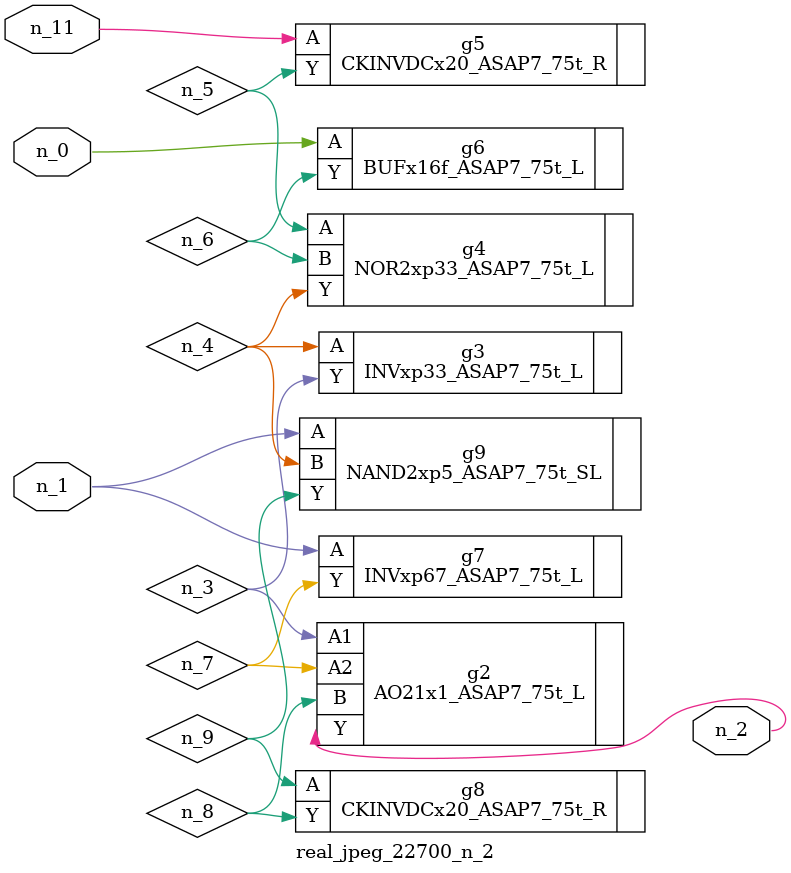
<source format=v>
module real_jpeg_22700_n_2 (n_1, n_11, n_0, n_2);

input n_1;
input n_11;
input n_0;

output n_2;

wire n_5;
wire n_4;
wire n_8;
wire n_6;
wire n_7;
wire n_3;
wire n_9;

BUFx16f_ASAP7_75t_L g6 ( 
.A(n_0),
.Y(n_6)
);

INVxp67_ASAP7_75t_L g7 ( 
.A(n_1),
.Y(n_7)
);

NAND2xp5_ASAP7_75t_SL g9 ( 
.A(n_1),
.B(n_4),
.Y(n_9)
);

AO21x1_ASAP7_75t_L g2 ( 
.A1(n_3),
.A2(n_7),
.B(n_8),
.Y(n_2)
);

INVxp33_ASAP7_75t_L g3 ( 
.A(n_4),
.Y(n_3)
);

NOR2xp33_ASAP7_75t_L g4 ( 
.A(n_5),
.B(n_6),
.Y(n_4)
);

CKINVDCx20_ASAP7_75t_R g8 ( 
.A(n_9),
.Y(n_8)
);

CKINVDCx20_ASAP7_75t_R g5 ( 
.A(n_11),
.Y(n_5)
);


endmodule
</source>
